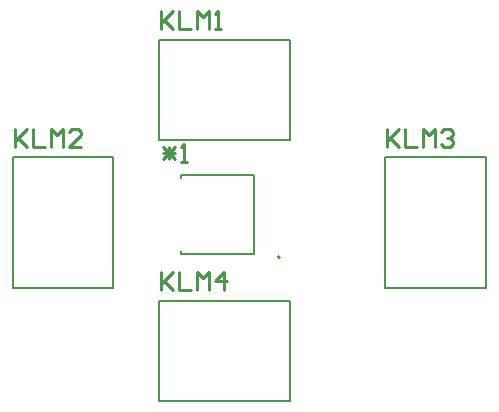
<source format=gto>
G04*
G04 #@! TF.GenerationSoftware,Altium Limited,Altium Designer,22.9.1 (49)*
G04*
G04 Layer_Color=65535*
%FSLAX44Y44*%
%MOMM*%
G71*
G04*
G04 #@! TF.SameCoordinates,E343571A-C553-4397-B335-E36F9F7E1520*
G04*
G04*
G04 #@! TF.FilePolarity,Positive*
G04*
G01*
G75*
%ADD10C,0.2000*%
%ADD11C,0.1270*%
%ADD12C,0.2540*%
D10*
X130190Y136650D02*
G03*
X130190Y136650I-1000J0D01*
G01*
X27840Y235790D02*
X138840D01*
X27840D02*
Y320790D01*
X138840D01*
Y235790D02*
Y320790D01*
X-10800Y110200D02*
Y221200D01*
X-95800Y110200D02*
X-10800D01*
X-95800D02*
Y221200D01*
X-10800D01*
X27840Y14810D02*
X138840D01*
X27840D02*
Y99810D01*
X138840D01*
Y14810D02*
Y99810D01*
X304500Y110200D02*
Y221200D01*
X219500Y110200D02*
X304500D01*
X219500D02*
Y221200D01*
X304500D01*
D11*
X46210Y138950D02*
Y141950D01*
Y138950D02*
X108420D01*
Y206350D01*
X46210D02*
X108420D01*
X46210Y203350D02*
Y206350D01*
D12*
X29278Y123623D02*
Y108388D01*
Y113466D01*
X39435Y123623D01*
X31817Y116005D01*
X39435Y108388D01*
X44513Y123623D02*
Y108388D01*
X54670D01*
X59748D02*
Y123623D01*
X64826Y118545D01*
X69905Y123623D01*
Y108388D01*
X82601D02*
Y123623D01*
X74983Y116005D01*
X85140D01*
X221048Y245103D02*
Y229868D01*
Y234946D01*
X231205Y245103D01*
X223587Y237486D01*
X231205Y229868D01*
X236283Y245103D02*
Y229868D01*
X246440D01*
X251518D02*
Y245103D01*
X256597Y240025D01*
X261675Y245103D01*
Y229868D01*
X266753Y242564D02*
X269292Y245103D01*
X274371D01*
X276910Y242564D01*
Y240025D01*
X274371Y237486D01*
X271832D01*
X274371D01*
X276910Y234946D01*
Y232407D01*
X274371Y229868D01*
X269292D01*
X266753Y232407D01*
X-94166Y245035D02*
Y229800D01*
Y234878D01*
X-84009Y245035D01*
X-91627Y237418D01*
X-84009Y229800D01*
X-78931Y245035D02*
Y229800D01*
X-68774D01*
X-63696D02*
Y245035D01*
X-58618Y239957D01*
X-53539Y245035D01*
Y229800D01*
X-38304D02*
X-48461D01*
X-38304Y239957D01*
Y242496D01*
X-40843Y245035D01*
X-45922D01*
X-48461Y242496D01*
X29278Y344603D02*
Y329368D01*
Y334446D01*
X39435Y344603D01*
X31817Y336986D01*
X39435Y329368D01*
X44513Y344603D02*
Y329368D01*
X54670D01*
X59748D02*
Y344603D01*
X64826Y339525D01*
X69905Y344603D01*
Y329368D01*
X74983D02*
X80062D01*
X77522D01*
Y344603D01*
X74983Y342064D01*
X31310Y229542D02*
X41467Y219385D01*
X31310D02*
X41467Y229542D01*
X31310Y224464D02*
X41467D01*
X36388Y219385D02*
Y229542D01*
X46545Y216846D02*
X51623D01*
X49084D01*
Y232081D01*
X46545Y229542D01*
M02*

</source>
